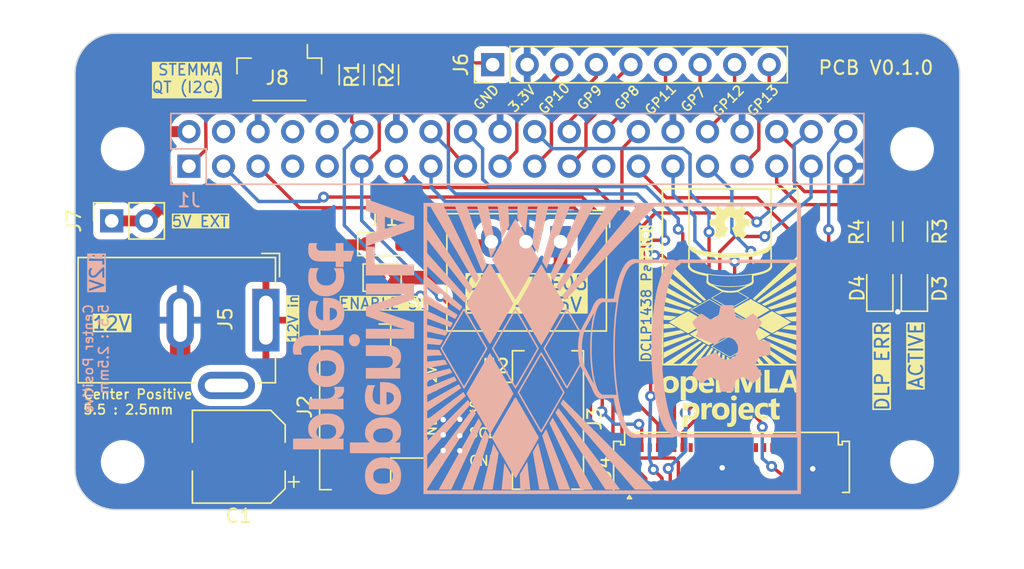
<source format=kicad_pcb>
(kicad_pcb (version 20221018) (generator pcbnew)
  (title_block (date "15 nov 2012"))
  (layers (0 "F.Cu" signal) (31 "B.Cu" signal) (34 "B.Paste" user) (35 "F.Paste" user) (36 "B.SilkS" user "B.Silkscreen") (37 "F.SilkS" user "F.Silkscreen") (38 "B.Mask" user) (39 "F.Mask" user) (44 "Edge.Cuts" user))
  (net 0 "")
  (net 1 "GND")
  (net 2 "/+12V")
  (net 3 "Net-(D3-A)")
  (net 4 "Net-(D4-A)")
  (net 5 "+3.3V")
  (net 6 "+5V")
  (net 7 "P7")
  (net 8 "/5V_raw")
  (net 9 "P2")
  (net 13 "P3")
  (net 14 "P4")
  (net 15 "SCL")
  (net 16 "P5")
  (net 17 "SDA")
  (net 18 "LED-G")
  (net 19 "LED-R")
  (net 20 "P6")
  (net 21 "P0")
  (net 22 "P1")
  (net 24 "/DATAEN_CMD")
  (net 26 "/Vsync")
  (net 27 "/Hsync")
  (net 40 "/HOST_IRQ")
  (net 41 "/PROJ_ON")
  (net 44 "/PCLK")
  (net 50 "GPIO12")
  (net 51 "GPIO13")
  (net 52 "GPIO11")
  (net 53 "GPIO8")
  (net 54 "GPIO7")
  (net 55 "GPIO10")
  (net 56 "GPIO9")
  (footprint "MountingHole:MountingHole_2.7mm_M2.5" (layer "F.Cu") (at 161.5 73.5)
    (fp_text reference "MH2" hide)
    (fp_text value "MountingHole_2.7mm_M2.5" hide)
  )
  (footprint "Resistor_SMD:R_1206_3216Metric" (layer "F.Cu") (at 159.182 79.5675 -90)
    (fp_text reference "R4")
    (fp_text value "330")
  )
  (footprint "Connector_JST:JST_SH_BM04B-SRSS-TB_1x04-1MP_P1.00mm_Vertical" (layer "F.Cu") (at 115.01 67.941 180)
    (fp_text reference "J8")
    (fp_text value "STEMMA")
  )
  (footprint "Connector_BarrelJack:BarrelJack_GCT_DCJ200-10-A_Horizontal" (layer "F.Cu") (at 114.0252 86.0814 -90)
    (fp_text reference "J5")
    (fp_text value "Barrel_Jack")
  )
  (footprint "Connector_PinHeader_2.54mm:PinHeader_1x09_P2.54mm_Vertical" (layer "F.Cu") (at 130.683 67.31 90)
    (fp_text reference "J6")
    (fp_text value "Extra GPIO")
  )
  (footprint "Capacitor_SMD:CP_Elec_6.3x7.7" (layer "F.Cu") (at 112.032 96.1138 180)
    (fp_text reference "C1")
    (fp_text value "100uF")
  )
  (footprint "Connector_JST:JST_PH_B3B-PH-SM4-TB_1x03-1MP_P2.00mm_Vertical" (layer "F.Cu") (at 132.9972 93.4156 -90)
    (fp_text reference "J3")
    (fp_text value "Conn_01x03_Female")
  )
  (footprint "LED_SMD:LED_0805_2012Metric" (layer "F.Cu") (at 159.131 83.7415 90)
    (fp_text reference "D4")
    (fp_text value "LED - Red")
  )
  (footprint "Converter_DCDC:Converter_DCDC_RECOM_R-78E-0.5_THT" (layer "F.Cu") (at 135.6702 80.3173 180)
    (fp_text reference "U2")
    (fp_text value "CUI P78E05-1000")
  )
  (footprint "MountingHole:MountingHole_2.7mm_M2.5" (layer "F.Cu") (at 103.5 96.5)
    (fp_text reference "MH3" hide)
    (fp_text value "MountingHole_2.7mm_M2.5" hide)
  )
  (footprint "Connector_PinSocket_2.54mm:PinSocket_1x02_P2.54mm_Vertical" (layer "F.Cu") (at 102.6924 78.791 90)
    (fp_text reference "J7")
    (fp_text value "5V Ext")
  )
  (footprint "Resistor_SMD:R_1206_3216Metric" (layer "F.Cu") (at 122.86 68.0575 -90)
    (fp_text reference "R2")
    (fp_text value "4.7K")
  )
  (footprint "MountingHole:MountingHole_2.7mm_M2.5" (layer "F.Cu") (at 103.5 73.5)
    (fp_text reference "MH1" hide)
    (fp_text value "MountingHole_2.7mm_M2.5" hide)
  )
  (footprint "board-assets:openMLA-logo-small" (layer "F.Cu") (at 148.082 85.2424)
    (fp_text reference "G***" hide)
    (fp_text value "LOGO" hide)
  )
  (footprint "Connector_FFC-FPC:Molex_502250-5191_2Rows-51Pins-1MP_P0.60mm_Horizontal" (layer "F.Cu") (at 148.2304 96.9184 90)
    (fp_text reference "J4")
    (fp_text value "51-pin conn")
  )
  (footprint "Resistor_SMD:R_1206_3216Metric" (layer "F.Cu") (at 120.32 68.0575 90)
    (fp_text reference "R1")
    (fp_text value "4.7K")
  )
  (footprint "Diode_SMD:D_SOD-323_HandSoldering" (layer "F.Cu") (at 122.7838 80.4928)
    (fp_text reference "D1")
    (fp_text value "D_Schottky")
  )
  (footprint "MountingHole:MountingHole_2.7mm_M2.5" (layer "F.Cu") (at 161.5 96.5)
    (fp_text reference "MH4" hide)
    (fp_text value "MountingHole_2.7mm_M2.5" hide)
  )
  (footprint "Jumper:SolderJumper-2_P1.3mm_Open_TrianglePad1.0x1.5mm" (layer "F.Cu") (at 122.5668 82.9566)
    (fp_text reference "JP1" hide)
    (fp_text value "SolderJumper_2_Bridged")
  )
  (footprint "Connector_JST:JST_PH_B4B-PH-SM4-TB_1x04-1MP_P2.00mm_Vertical" (layer "F.Cu") (at 122.3346 92.4534 90)
    (fp_text reference "J2")
    (fp_text value "DMD board PWR")
  )
  (footprint "LED_SMD:LED_0805_2012Metric" (layer "F.Cu") (at 161.671 83.7415 90)
    (fp_text reference "D3")
    (fp_text value "LED - Grn")
  )
  (footprint "Resistor_SMD:R_1206_3216Metric" (layer "F.Cu") (at 161.722 79.5675 -90)
    (fp_text reference "R3")
    (fp_text value "330")
  )
  (footprint "Connector_PinSocket_2.54mm:PinSocket_2x20_P2.54mm_Vertical" (layer "B.Cu") (at 108.37 74.77 -90)
    (fp_text reference "J1")
    (fp_text value "RPi header")
  )
  (footprint "board-assets:openMLA-logo" (layer "B.Cu") (at 134.46282 88.260403 90)
    (fp_text reference "G***" hide)
    (fp_text value "LOGO" hide)
  )
  (gr_arc (start 162 65) (mid 164.12132 65.87868) (end 165 68) (stroke (width 0.1)) (layer "Edge.Cuts"))
  (gr_line (start 165 97) (end 165 68) (stroke (width 0.1)) (layer "Edge.Cuts"))
  (gr_line (start 100 68) (end 100 97) (stroke (width 0.1)) (layer "Edge.Cuts"))
  (gr_arc (start 103 100) (mid 100.87868 99.12132) (end 100 97) (stroke (width 0.1)) (layer "Edge.Cuts"))
  (gr_line (start 103 100) (end 162 100) (stroke (width 0.1)) (layer "Edge.Cuts"))
  (gr_arc (start 165 97) (mid 164.12132 99.12132) (end 162 100) (stroke (width 0.1)) (layer "Edge.Cuts"))
  (gr_arc (start 100 68) (mid 100.87868 65.87868) (end 103 65) (stroke (width 0.1)) (layer "Edge.Cuts"))
  (gr_line (start 162 65) (end 103 65) (stroke (width 0.1)) (layer "Edge.Cuts"))
  (gr_text "Center Positive\n5.5 : 2.5mm" (at 102.5144 84.836 90) (layer "B.SilkS") (effects (font (size 0.7 0.7) (thickness 0.12) bold) (justify left bottom mirror)))
  (gr_text "12V" (at 102.2096 81.0768 90) (layer "B.SilkS" knockout) (effects (font (size 1 1)) (justify left bottom mirror)))
  (gr_text "DCLP1438 Parallel" (at 142.3924 89.2048 90) (layer "F.SilkS" knockout) (effects (font (size 0.7 0.7) (thickness 0.12) bold) (justify left bottom)))
  (gr_text "GP7" (at 144.9324 70.9676 45) (layer "F.SilkS") (effects (font (size 0.7 0.7) (thickness 0.12) bold) (justify left bottom)))
  (gr_text "GP8\n" (at 140.0556 70.8152 45) (layer "F.SilkS") (effects (font (size 0.7 0.7) (thickness 0.12) bold) (justify left bottom)))
  (gr_text "GP13" (at 149.8092 71.2724 45) (layer "F.SilkS") (effects (font (size 0.7 0.7) (thickness 0.12) bold) (justify left bottom)))
  (gr_text "GP10" (at 134.4676 71.12 45) (layer "F.SilkS") (effects (font (size 0.7 0.7) (thickness 0.12) bold) (justify left bottom)))
  (gr_text "Center Positive\n5.5 : 2.5mm" (at 100.5332 93.0656) (layer "F.SilkS") (effects (font (size 0.7 0.7) (thickness 0.12) bold) (justify left bottom)))
  (gr_text "GND\n" (at 128.8796 96.8248) (layer "F.SilkS") (effects (font (size 0.7 0.7) (thickness 0.12) bold) (justify left bottom)))
  (gr_text "PCB V0.1.0" (at 154.5336 68.1228) (layer "F.SilkS") (effects (font (size 1 1)) (justify left bottom)))
  (gr_text "3.3V" (at 132.2832 70.9676 45) (layer "F.SilkS") (effects (font (size 0.7 0.7) (thickness 0.12) bold) (justify left bottom)))
  (gr_text "SCL" (at 128.8796 94.7928) (layer "F.SilkS") (effects (font (size 0.7 0.7) (thickness 0.12) bold) (justify left bottom)))
  (gr_text "GND\n" (at 126.619 95.377 90) (layer "F.SilkS") (effects (font (size 0.7 0.7) (thickness 0.12) bold) (justify left bottom)))
  (gr_text "12V in" (at 116.4336 87.7316 90) (layer "F.SilkS" knockout) (effects (font (size 0.7 0.7) (thickness 0.12) bold) (justify left bottom)))
  (gr_text "5V EXT" (at 107.0356 79.2988) (layer "F.SilkS" knockout) (effects (font (size 0.8 0.8) (thickness 0.12)) (justify left bottom)))
  (gr_text "GP12\n" (at 147.2692 71.2724 45) (layer "F.SilkS") (effects (font (size 0.7 0.7) (thickness 0.12) bold) (justify left bottom)))
  (gr_text "ACTIVE\n" (at 162.379907 91.19615 90) (layer "F.SilkS" knockout) (effects (font (size 1 1)) (justify left bottom)))
  (gr_text "DLP ERR" (at 159.893 92.837 90) (layer "F.SilkS" knockout) (effects (font (size 1 1)) (justify left bottom)))
  (gr_text "STEMMA\nQT (I2C)" (at 110.7948 69.4436) (layer "F.SilkS" knockout) (effects (font (size 0.8 0.8) (thickness 0.12)) (justify right bottom)))
  (gr_text "GP11\n" (at 142.2908 71.1708 45) (layer "F.SilkS") (effects (font (size 0.7 0.7) (thickness 0.12) bold) (justify left bottom)))
  (gr_text "GND" (at 129.6924 70.8152 45) (layer "F.SilkS") (effects (font (size 0.7 0.7) (thickness 0.12) bold) (justify left bottom)))
  (gr_text "CUI P78E05\n12V -> 5V" (at 128.5748 85.5472) (layer "F.SilkS" knockout) (effects (font (size 1 1)) (justify left bottom)))
  (gr_text "GP9\n" (at 137.3124 70.8152 45) (layer "F.SilkS") (effects (font (size 0.7 0.7) (thickness 0.12) bold) (justify left bottom)))
  (gr_text "12V" (at 101.1936 86.9188) (layer "F.SilkS" knockout) (effects (font (size 1 1)) (justify left bottom)))
  (gr_text "ENABLE 5V" (at 119.3292 85.344) (layer "F.SilkS" knockout) (effects (font (size 0.8 0.8) (thickness 0.12)) (justify left bottom)))
  (gr_text "SDA" (at 128.8288 92.8624) (layer "F.SilkS") (effects (font (size 0.7 0.7) (thickness 0.12) bold) (justify left bottom)))
  (gr_text "12V" (at 126.619 91.44 90) (layer "F.SilkS") (effects (font (size 0.7 0.7) (thickness 0.12) bold) (justify left bottom)))
  (segment (start 153.0352 96.3424) (end 154.2036 97.0028) (width 0.25) (layer "F.Cu") (net 1))
  (segment (start 147.3202 98.3082) (end 147.3304 98.3184) (width 0.25) (layer "F.Cu") (net 1))
  (segment (start 109.332 94.9302) (end 109.332 96.1138) (width 1.5) (layer "F.Cu") (net 1))
  (segment (start 107.7252 93.3234) (end 109.332 94.9302) (width 1.5) (layer "F.Cu") (net 1))
  (segment (start 160.452 85.471) (end 160.879 85.471) (width 0.25) (layer "F.Cu") (net 1))
  (segment (start 147.3202 97.1552) (end 147.3202 98.3082) (width 0.25) (layer "F.Cu") (net 1))
  (segment (start 147.624441 96.850959) (end 147.5488 96.9266) (width 0.25) (layer "F.Cu") (net 1))
  (segment (start 107.7252 86.0814) (end 107.7252 93.3234) (width 1.5) (layer "F.Cu") (net 1))
  (segment (start 153.9304 97.276) (end 154.2036 97.0028) (width 0.25) (layer "F.Cu") (net 1))
  (segment (start 154.2304 95.4434) (end 154.2036 97.0028) (width 0.25) (layer "F.Cu") (net 1))
  (segment (start 160.879 85.471) (end 161.671 84.679) (width 0.25) (layer "F.Cu") (net 1))
  (segment (start 153.9304 98.3184) (end 153.9304 97.276) (width 0.25) (layer "F.Cu") (net 1))
  (segment (start 153.3304 98.3184) (end 153.9304 98.3184) (width 0.25) (layer "F.Cu") (net 1))
  (segment (start 160.452 85.471) (end 159.923 85.471) (width 0.25) (layer "F.Cu") (net 1))
  (segment (start 144.9304 98.3184) (end 147.3304 98.3184) (width 0.25) (layer "F.Cu") (net 1))
  (segment (start 113.51 66.616) (end 113.45 72.23) (width 0.25) (layer "F.Cu") (net 1))
  (segment (start 153.0304 95.4434) (end 153.0352 96.3424) (width 0.25) (layer "F.Cu") (net 1))
  (segment (start 159.923 85.471) (end 159.131 84.679) (width 0.25) (layer "F.Cu") (net 1))
  (segment (start 147.5488 96.9266) (end 147.3202 97.1552) (width 0.25) (layer "F.Cu") (net 1))
  (segment (start 147.624441 95.449359) (end 147.624441 96.850959) (width 0.25) (layer "F.Cu") (net 1))
  (segment (start 147.6304 95.4434) (end 147.624441 95.449359) (width 0.25) (layer "F.Cu") (net 1))
  (via (at 128.2702 94.5644) (size 0.8) (drill 0.4) (layers "F.Cu" "B.Cu") (net 1))
  (via (at 128.2702 95.682) (size 0.8) (drill 0.4) (layers "F.Cu" "B.Cu") (net 1))
  (via (at 160.452 85.471) (size 0.8) (drill 0.4) (layers "F.Cu" "B.Cu") (net 1))
  (via (at 128.2702 93.3706) (size 0.8) (drill 0.4) (layers "F.Cu" "B.Cu") (net 1))
  (via (at 154.2036 97.0028) (size 0.8) (drill 0.4) (layers "F.Cu" "B.Cu") (net 1))
  (via (at 127.051 93.396) (size 0.8) (drill 0.4) (layers "F.Cu" "B.Cu") (net 1))
  (via (at 147.5488 96.9266) (size 0.8) (drill 0.4) (layers "F.Cu" "B.Cu") (net 1))
  (via (at 127.051 95.6566) (size 0.8) (drill 0.4) (layers "F.Cu" "B.Cu") (net 1))
  (via (at 127.051 94.5136) (size 0.8) (drill 0.4) (layers "F.Cu" "B.Cu") (net 1))
  (segment (start 123.8506 82.9566) (end 134.7726 82.9566) (width 1) (layer "F.Cu") (net 2))
  (segment (start 135.6702 82.059) (end 135.6702 80.3173) (width 1) (layer "F.Cu") (net 2))
  (segment (start 134.7726 82.9566) (end 135.6702 82.059) (width 1) (layer "F.Cu") (net 2))
  (segment (start 123.7998 83.0074) (end 123.8506 82.9566) (width 1) (layer "F.Cu") (net 2))
  (segment (start 161.722 81.03) (end 161.671 82.804) (width 0.25) (layer "F.Cu") (net 3))
  (segment (start 159.182 81.03) (end 159.131 82.804) (width 0.25) (layer "F.Cu") (net 4))
  (segment (start 126.031 66.595) (end 122.86 66.595) (width 0.25) (layer "F.Cu") (net 5))
  (segment (start 114.256 65.456) (end 111.176 65.456) (width 0.25) (layer "F.Cu") (net 5))
  (segment (start 128.69 74.77) (end 127.432 73.33) (width 0.25) (layer "F.Cu") (net 5))
  (segment (start 109.622996 73.539507) (end 108.37 74.77) (width 0.25) (layer "F.Cu") (net 5))
  (segment (start 114.51 65.71) (end 114.256 65.456) (width 0.25) (layer "F.Cu") (net 5))
  (segment (start 114.51 66.616) (end 114.51 65.71) (width 0.25) (layer "F.Cu") (net 5))
  (segment (start 130.556 67.183) (end 130.683 67.31) (width 0.25) (layer "F.Cu") (net 5))
  (segment (start 127.432 67.996) (end 126.031 66.595) (width 0.25) (layer "F.Cu") (net 5))
  (segment (start 128.245 67.183) (end 130.556 67.183) (width 0.25) (layer "F.Cu") (net 5))
  (segment (start 127.432 67.996) (end 128.245 67.183) (width 0.25) (layer "F.Cu") (net 5))
  (segment (start 109.590037 67.041963) (end 109.590037 69.914073) (width 0.25) (layer "F.Cu") (net 5))
  (segment (start 127.432 73.33) (end 127.432 67.996) (width 0.25) (layer "F.Cu") (net 5))
  (segment (start 109.590037 69.914073) (end 109.622996 73.539507) (width 0.25) (layer "F.Cu") (net 5))
  (segment (start 111.176 65.456) (end 109.590037 67.041963) (width 0.25) (layer "F.Cu") (net 5))
  (segment (start 120.32 66.595) (end 122.86 66.595) (width 0.25) (layer "F.Cu") (net 5))
  (segment (start 106.4008 72.7458) (end 106.9166 72.23) (width 0.8) (layer "F.Cu") (net 6))
  (segment (start 121.5338 80.4928) (end 121.483 80.5436) (width 0.8) (layer "F.Cu") (net 6))
  (segment (start 105.2324 78.791) (end 105.334 78.791) (width 0.8) (layer "F.Cu") (net 6))
  (segment (start 106.4008 77.7242) (end 106.4008 72.7458) (width 0.8) (layer "F.Cu") (net 6))
  (segment (start 109.2202 80.5436) (end 106.4008 77.7242) (width 0.8) (layer "F.Cu") (net 6))
  (segment (start 121.483 80.5436) (end 109.2202 80.5436) (width 0.8) (layer "F.Cu") (net 6))
  (segment (start 106.9166 72.23) (end 108.37 72.23) (width 0.8) (layer "F.Cu") (net 6))
  (segment (start 105.334 78.791) (end 106.4008 77.7242) (width 0.8) (layer "F.Cu") (net 6))
  (segment (start 102.6924 78.791) (end 105.2324 78.791) (width 0.8) (layer "F.Cu") (net 6))
  (segment (start 144.3304 98.3184) (end 144.3304 96.5276) (width 0.25) (layer "F.Cu") (net 7))
  (segment (start 144.3304 96.5276) (end 144.0182 96.2154) (width 0.25) (layer "F.Cu") (net 7))
  (segment (start 144.0182 96.2154) (end 140.4622 96.2154) (width 0.25) (layer "F.Cu") (net 7))
  (segment (start 140.4622 96.2154) (end 139.5224 95.2756) (width 0.25) (layer "F.Cu") (net 7))
  (segment (start 124.7904 76.3272) (end 123.61 74.77) (width 0.25) (layer "F.Cu") (net 7))
  (segment (start 139.5224 95.2756) (end 139.5224 77.648) (width 0.25) (layer "F.Cu") (net 7))
  (segment (start 139.5224 77.648) (end 138.1762 76.3526) (width 0.25) (layer "F.Cu") (net 7))
  (segment (start 138.1762 76.3526) (end 124.7904 76.3272) (width 0.25) (layer "F.Cu") (net 7))
  (segment (start 130.5902 80.3173) (end 130.3639 80.5436) (width 0.8) (layer "F.Cu") (net 8))
  (segment (start 124.0846 80.5436) (end 124.0338 80.4928) (width 0.8) (layer "F.Cu") (net 8))
  (segment (start 130.3639 80.5436) (end 124.0846 80.5436) (width 0.8) (layer "F.Cu") (net 8))
  (segment (start 143.1546 81.331) (end 143.5356 81.712) (width 0.25) (layer "F.Cu") (net 9))
  (segment (start 142.5958 81.331) (end 143.1546 81.331) (width 0.25) (layer "F.Cu") (net 9))
  (segment (start 143.5356 81.712) (end 143.4304 95.4434) (width 0.25) (layer "F.Cu") (net 9))
  (via (at 142.5958 81.331) (size 0.8) (drill 0.4) (layers "F.Cu" "B.Cu") (net 9))
  (segment (start 142.2656 78.7402) (end 140.894 77.3686) (width 0.25) (layer "B.Cu") (net 9))
  (segment (start 140.894 77.3686) (end 127.2034 77.3686) (width 0.25) (layer "B.Cu") (net 9))
  (segment (start 142.5958 81.331) (end 142.2656 81.0008) (width 0.25) (layer "B.Cu") (net 9))
  (segment (start 126.162 76.3272) (end 126.162 74.782) (width 0.25) (layer "B.Cu") (net 9))
  (segment (start 126.162 74.782) (end 126.15 74.77) (width 0.25) (layer "B.Cu") (net 9))
  (segment (start 127.2034 77.3686) (end 126.162 76.3272) (width 0.25) (layer "B.Cu") (net 9))
  (segment (start 142.2656 81.0008) (end 142.2656 78.7402) (width 0.25) (layer "B.Cu") (net 9))
  (segment (start 143.3324 80.2134) (end 142.3164 80.2134) (width 0.25) (layer "F.Cu") (net 13))
  (segment (start 143.1038 97.6632) (end 142.4942 97.0536) (width 0.25) (layer "F.Cu") (net 13))
  (segment (start 141.7576 82.5756) (end 142.291 83.109) (width 0.25) (layer "F.Cu") (net 13))
  (segment (start 142.3164 80.2134) (end 141.7576 80.6706) (width 0.25) (layer "F.Cu") (net 13))
  (segment (start 142.291 83.109) (end 142.291 91.6688) (width 0.25) (layer "F.Cu") (net 13))
  (segment (start 143.1038 97.6886) (end 143.1038 97.6632) (width 0.25) (layer "F.Cu") (net 13))
  (segment (start 143.1304 97.7152) (end 143.1038 97.6886) (width 0.25) (layer "F.Cu") (net 13))
  (segment (start 141.7576 80.6706) (end 141.7576 82.5756) (width 0.25) (layer "F.Cu") (net 13))
  (segment (start 143.1304 98.3184) (end 143.1304 97.7152) (width 0.25) (layer "F.Cu") (net 13))
  (via (at 143.3324 80.2134) (size 0.8) (drill 0.4) (layers "F.Cu" "B.Cu") (net 13))
  (via (at 142.291 91.6688) (size 0.8) (drill 0.4) (layers "F.Cu" "B.Cu") (net 13))
  (via (at 142.4942 97.0536) (size 0.8) (drill 0.4) (layers "F.Cu" "B.Cu") (net 13))
  (segment (start 143.3324 78.8418) (end 141.3004 76.8098) (width 0.25) (layer "B.Cu") (net 13))
  (segment (start 141.3004 76.8098) (end 127.9654 76.8098) (width 0.25) (layer "B.Cu") (net 13))
  (segment (start 127.432 73.512) (end 126.15 72.23) (width 0.25) (layer "B.Cu") (net 13))
  (segment (start 127.9654 76.8098) (end 127.432 76.2764) (width 0.25) (layer "B.Cu") (net 13))
  (segment (start 142.1894 96.2154) (end 142.291 91.6688) (width 0.25) (layer "B.Cu") (net 13))
  (segment (start 142.4942 97.0536) (end 142.1894 96.2154) (width 0.25) (layer "B.Cu") (net 13))
  (segment (start 143.3324 80.2134) (end 143.3324 78.8418) (width 0.25) (layer "B.Cu") (net 13))
  (segment (start 127.432 76.2764) (end 127.432 73.512) (width 0.25) (layer "B.Cu") (net 13))
  (segment (start 144.6532 80.696) (end 144.069 81.7374) (width 0.25) (layer "F.Cu") (net 14))
  (segment (start 144.323 79.4006) (end 144.6532 79.7308) (width 0.25) (layer "F.Cu") (net 14))
  (segment (start 144.069 81.7374) (end 144.0304 95.4434) (width 0.25) (layer "F.Cu") (net 14))
  (segment (start 144.6532 79.7308) (end 144.6532 80.696) (width 0.25) (layer "F.Cu") (net 14))
  (via (at 144.323 79.4006) (size 0.8) (drill 0.4) (layers "F.Cu" "B.Cu") (net 14))
  (segment (start 130.5054 76.2764) (end 129.9466 75.7176) (width 0.25) (layer "B.Cu") (net 14))
  (segment (start 144.323 79.4006) (end 144.323 78.6386) (width 0.25) (layer "B.Cu") (net 14))
  (segment (start 144.323 78.6386) (end 141.9608 76.2764) (width 0.25) (layer "B.Cu") (net 14))
  (segment (start 141.9608 76.2764) (end 130.5054 76.2764) (width 0.25) (layer "B.Cu") (net 14))
  (segment (start 129.9466 73.4866) (end 128.69 72.23) (width 0.25) (layer "B.Cu") (net 14))
  (segment (start 129.9466 75.7176) (end 129.9466 73.4866) (width 0.25) (layer "B.Cu") (net 14))
  (segment (start 120.32 71.48) (end 121.07 72.23) (width 0.25) (layer "F.Cu") (net 15))
  (segment (start 120.32 69.52) (end 120.32 71.48) (width 0.25) (layer "F.Cu") (net 15))
  (segment (start 125.3746 84.3536) (end 125.3746 84.3028) (width 0.25) (layer "F.Cu") (net 15))
  (segment (start 129.8958 92.9642) (end 129.083 91.9482) (width 0.25) (layer "F.Cu") (net 15))
  (segment (start 132.4972 93.4156) (end 129.8958 92.9642) (width 0.25) (layer "F.Cu") (net 15))
  (segment (start 129.083 91.9482) (end 129.083 88.062) (width 0.25) (layer "F.Cu") (net 15))
  (segment (start 118.796 70.536) (end 117.018 70.536) (width 0.25) (layer "F.Cu") (net 15))
  (segment (start 120.32 69.52) (end 118.796 70.536) (width 0.25) (layer "F.Cu") (net 15))
  (segment (start 117.018 70.536) (end 116.51 70.028) (width 0.25) (layer "F.Cu") (net 15))
  (segment (start 129.083 88.062) (end 125.3746 84.3536) (width 0.25) (layer "F.Cu") (net 15))
  (segment (start 116.51 70.028) (end 116.51 66.616) (width 0.25) (layer "F.Cu") (net 15))
  (via (at 125.3746 84.3028) (size 0.8) (drill 0.4) (layers "F.Cu" "B.Cu") (net 15))
  (segment (start 125.3746 84.3028) (end 124.9682 84.3028) (width 0.25) (layer "B.Cu") (net 15))
  (segment (start 124.9682 84.3028) (end 119.7866 79.1212) (width 0.25) (layer "B.Cu") (net 15))
  (segment (start 119.7866 73.5078) (end 121.07 72.23) (width 0.25) (layer "B.Cu") (net 15))
  (segment (start 119.7866 79.1212) (end 119.7866 73.5078) (width 0.25) (layer "B.Cu") (net 15))
  (segment (start 146.5836 79.6038) (end 146.5836 91.1608) (width 0.25) (layer "F.Cu") (net 16))
  (segment (start 143.7304 97.1214) (end 143.7304 98.3184) (width 0.25) (layer "F.Cu") (net 16))
  (segment (start 144.8564 92.888) (end 144.831 92.888) (width 0.25) (layer "F.Cu") (net 16))
  (segment (start 146.5836 91.1608) (end 144.8564 92.888) (width 0.25) (layer "F.Cu") (net 16))
  (segment (start 143.5864 96.9774) (end 143.7304 97.1214) (width 0.25) (layer "F.Cu") (net 16))
  (via (at 143.5864 96.9774) (size 0.8) (drill 0.4) (layers "F.Cu" "B.Cu") (net 16))
  (via (at 144.831 92.888) (size 0.8) (drill 0.4) (layers "F.Cu" "B.Cu") (net 16))
  (via (at 146.5836 79.6038) (size 0.8) (drill 0.4) (layers "F.Cu" "B.Cu") (net 16))
  (segment (start 145.1866 76.759) (end 146.5836 78.156) (width 0.25) (layer "B.Cu") (net 16))
  (segment (start 144.8818 95.682) (end 144.831 92.888) (width 0.25) (layer "B.Cu") (net 16))
  (segment (start 133.77 72.23) (end 135.0774 73.4824) (width 0.25) (layer "B.Cu") (net 16))
  (segment (start 135.0774 73.4824) (end 144.6532 73.457) (width 0.25) (layer "B.Cu") (net 16))
  (segment (start 144.6532 73.457) (end 145.1866 73.8888) (width 0.25) (layer "B.Cu") (net 16))
  (segment (start 145.1866 73.8888) (end 145.1866 76.759) (width 0.25) (layer "B.Cu") (net 16))
  (segment (start 143.5864 96.9774) (end 144.8818 95.682) (width 0.25) (layer "B.Cu") (net 16))
  (segment (start 146.5836 78.156) (end 146.5836 79.6038) (width 0.25) (layer "B.Cu") (net 16))
  (segment (start 121.07 74.77) (end 122.352 73.584) (width 0.25) (layer "F.Cu") (net 17))
  (segment (start 130.5308 90.6782) (end 131.2682 91.4156) (width 0.25) (layer "F.Cu") (net 17))
  (segment (start 122.86 69.012) (end 122.86 69.52) (width 0.25) (layer "F.Cu") (net 17))
  (segment (start 115.51 66.616) (end 115.51 65.948) (width 0.25) (layer "F.Cu") (net 17))
  (segment (start 119.812 68.25) (end 122.098 68.25) (width 0.25) (layer "F.Cu") (net 17))
  (segment (start 117.018 65.456) (end 119.812 68.25) (width 0.25) (layer "F.Cu") (net 17))
  (segment (start 122.098 68.25) (end 122.86 69.012) (width 0.25) (layer "F.Cu") (net 17))
  (segment (start 122.352 70.231) (end 122.86 69.52) (width 0.25) (layer "F.Cu") (net 17))
  (segment (start 126.8478 84.3282) (end 130.5308 88.0112) (width 0.25) (layer "F.Cu") (net 17))
  (segment (start 131.2682 91.4156) (end 132.4972 91.4156) (width 0.25) (layer "F.Cu") (net 17))
  (segment (start 130.5308 88.0112) (end 130.5308 90.6782) (width 0.25) (layer "F.Cu") (net 17))
  (segment (start 115.51 65.948) (end 116.002 65.456) (width 0.25) (layer "F.Cu") (net 17))
  (segment (start 122.352 73.584) (end 122.352 70.231) (width 0.25) (layer "F.Cu") (net 17))
  (segment (start 116.002 65.456) (end 117.018 65.456) (width 0.25) (layer "F.Cu") (net 17))
  (via (at 126.8478 84.3282) (size 0.8) (drill 0.4) (layers "F.Cu" "B.Cu") (net 17))
  (segment (start 121.0566 78.7656) (end 121.07 74.77) (width 0.25) (layer "B.Cu") (net 17))
  (segment (start 126.8478 84.3282) (end 126.6192 84.3282) (width 0.25) (layer "B.Cu") (net 17))
  (segment (start 126.6192 84.3282) (end 121.0566 78.7656) (width 0.25) (layer "B.Cu") (net 17))
  (segment (start 153.594 76.632) (end 156.642 76.632) (width 0.25) (layer "F.Cu") (net 18))
  (segment (start 161.163 76.962) (end 161.722 77.521) (width 0.25) (layer "F.Cu") (net 18))
  (segment (start 161.722 77.521) (end 161.722 78.791) (width 0.25) (layer "F.Cu") (net 18))
  (segment (start 151.55 72.23) (end 152.832 73.457) (width 0.25) (layer "F.Cu") (net 18))
  (segment (start 156.642 76.632) (end 156.972 76.962) (width 0.25) (layer "F.Cu") (net 18))
  (segment (start 156.972 76.962) (end 161.163 76.962) (width 0.25) (layer "F.Cu") (net 18))
  (segment (start 152.832 73.457) (end 152.832 75.87) (width 0.25) (layer "F.Cu") (net 18))
  (segment (start 152.832 75.87) (end 153.594 76.632) (width 0.25) (layer "F.Cu") (net 18))
  (segment (start 151.55 75.985) (end 153.162 77.597) (width 0.25) (layer "F.Cu") (net 19))
  (segment (start 156.591 77.597) (end 157.099 78.105) (width 0.25) (layer "F.Cu") (net 19))
  (segment (start 151.55 74.77) (end 151.55 75.985) (width 0.25) (layer "F.Cu") (net 19))
  (segment (start 153.162 77.597) (end 156.591 77.597) (width 0.25) (layer "F.Cu") (net 19))
  (segment (start 157.099 78.105) (end 159.182 78.105) (width 0.25) (layer "F.Cu") (net 19))
  (segment (start 147.371 91.6053) (end 147.371 81.0516) (width 0.25) (layer "F.Cu") (net 20))
  (segment (start 148.4886 79.934) (end 150.673 79.934) (width 0.25) (layer "F.Cu") (net 20))
  (segment (start 144.6304 95.4434) (end 144.6304 94.3459) (width 0.25) (layer "F.Cu") (net 20))
  (segment (start 144.6304 94.3459) (end 147.371 91.6053) (width 0.25) (layer "F.Cu") (net 20))
  (segment (start 147.371 81.0516) (end 148.4886 79.934) (width 0.25) (layer "F.Cu") (net 20))
  (via (at 150.673 79.934) (size 0.8) (drill 0.4) (layers "F.Cu" "B.Cu") (net 20))
  (segment (start 154.0766 77.0638) (end 150.673 79.934) (width 0.25) (layer "B.Cu") (net 20))
  (segment (start 154.09 74.77) (end 154.0766 77.0638) (width 0.25) (layer "B.Cu") (net 20))
  (segment (start 149.4284 78.2068) (end 142.6466 78.2068) (width 0.25) (layer "F.Cu") (net 21))
  (segment (start 142.8304 93.7068) (end 142.8304 95.4434) (width 0.25) (layer "F.Cu") (net 21))
  (segment (start 150.0888 78.8672) (end 149.4284 78.2068) (width 0.25) (layer "F.Cu") (net 21))
  (segment (start 140.9448 91.8212) (end 142.8304 93.7068) (width 0.25) (layer "F.Cu") (net 21))
  (segment (start 140.9448 79.9086) (end 140.9448 91.8212) (width 0.25) (layer "F.Cu") (net 21))
  (segment (start 142.6466 78.2068) (end 140.9448 79.9086) (width 0.25) (layer "F.Cu") (net 21))
  (via (at 150.0888 78.8672) (size 0.8) (drill 0.4) (layers "F.Cu" "B.Cu") (net 21))
  (segment (start 152.832 73.1776) (end 152.8828 76.505) (width 0.25) (layer "B.Cu") (net 21))
  (segment (start 152.8828 76.505) (end 150.0888 78.8672) (width 0.25) (layer "B.Cu") (net 21))
  (segment (start 154.09 72.23) (end 152.832 73.1776) (width 0.25) (layer "B.Cu") (net 21))
  (segment (start 157.023 99.3904) (end 157.5056 98.9078) (width 0.25) (layer "F.Cu") (net 22))
  (segment (start 142.5304 98.3184) (end 142.5196 99.238) (width 0.25) (layer "F.Cu") (net 22))
  (segment (start 142.5196 99.238) (end 142.672 99.3904) (width 0.25) (layer "F.Cu") (net 22))
  (segment (start 142.672 99.3904) (end 157.023 99.3904) (width 0.25) (layer "F.Cu") (net 22))
  (segment (start 156.3626 96.063) (end 156.3626 91.8466) (width 0.25) (layer "F.Cu") (net 22))
  (segment (start 157.5056 98.9078) (end 157.5056 97.206) (width 0.25) (layer "F.Cu") (net 22))
  (segment (start 156.3626 91.8466) (end 155.372 90.856) (width 0.25) (layer "F.Cu") (net 22))
  (segment (start 157.5056 97.206) (end 156.3626 96.063) (width 0.25) (layer "F.Cu") (net 22))
  (segment (start 155.372 90.856) (end 155.372 79.426) (width 0.25) (layer "F.Cu") (net 22))
  (via (at 155.372 79.426) (size 0.8) (drill 0.4) (layers "F.Cu" "B.Cu") (net 22))
  (segment (start 156.63 72.23) (end 155.372 73.838) (width 0.25) (layer "B.Cu") (net 22))
  (segment (start 155.372 73.838) (end 155.372 79.426) (width 0.25) (layer "B.Cu") (net 22))
  (segment (start 140.1828 73.5078) (end 140.1828 94.5958) (width 0.25) (layer "F.Cu") (net 24))
  (segment (start 141.39 72.23) (end 140.1828 73.5078) (width 0.25) (layer "F.Cu") (net 24))
  (segment (start 140.1828 94.5958) (end 141.0304 95.4434) (width 0.25) (layer "F.Cu") (net 24))
  (segment (start 141.6304 93.9292) (end 141.6304 95.4434) (width 0.25) (layer "F.Cu") (net 26))
  (segment (start 141.4274 93.7262) (end 141.6304 93.9292) (width 0.25) (layer "F.Cu") (net 26))
  (segment (start 138.735 78.5116) (end 137.2618 77.0384) (width 0.25) (layer "F.Cu") (net 26))
  (segment (start 137.2618 77.0384) (end 118.2626 77.0384) (width 0.25) (layer "F.Cu") (net 26))
  (segment (start 138.735 92.761) (end 138.735 78.5116) (width 0.25) (layer "F.Cu") (net 26))
  (via (at 141.4274 93.7262) (size 0.8) (drill 0.4) (layers "F.Cu" "B.Cu") (net 26))
  (via (at 138.7096 92.7864) (size 0.8) (drill 0.4) (layers "F.Cu" "B.Cu") (net 26))
  (via (at 118.2626 77.0384) (size 0.8) (drill 0.4) (layers "F.Cu" "B.Cu") (net 26))
  (segment (start 118.2626 77.0384) (end 117.937716 77.363284) (width 0.25) (layer "B.Cu") (net 26))
  (segment (start 138.7096 92.7864) (end 139.6494 93.7262) (width 0.25) (layer "B.Cu") (net 26))
  (segment (start 139.6494 93.7262) (end 141.4274 93.7262) (width 0.25) (layer "B.Cu") (net 26))
  (segment (start 117.937716 77.363284) (end 113.503284 77.363284) (width 0.25) (layer "B.Cu") (net 26))
  (segment (start 113.503284 77.363284) (end 110.91 74.77) (width 0.25) (layer "B.Cu") (net 26))
  (segment (start 118.2626 77.0384) (end 118.1356 77.0384) (width 0.25) (layer "B.Cu") (net 26))
  (segment (start 118.1356 77.0384) (end 117.8308 77.3432) (width 0.25) (layer "B.Cu") (net 26))
  (segment (start 137.8714 95.1232) (end 137.8714 79.0196) (width 0.25) (layer "F.Cu") (net 27))
  (segment (start 136.6776 77.8258) (end 116.5058 77.8258) (width 0.25) (layer "F.Cu") (net 27))
  (segment (start 116.5058 77.8258) (end 113.45 74.77) (width 0.25) (layer "F.Cu") (net 27))
  (segment (start 139.8272 97.079) (end 137.8714 95.1232) (width 0.25) (layer "F.Cu") (net 27))
  (segment (start 141.3004 97.079) (end 139.8272 97.079) (width 0.25) (layer "F.Cu") (net 27))
  (segment (start 137.8714 79.0196) (end 136.6776 77.8258) (width 0.25) (layer "F.Cu") (net 27))
  (segment (start 141.933421 97.712021) (end 141.3004 97.079) (width 0.25) (layer "F.Cu") (net 27))
  (segment (start 141.933421 97.8918) (end 141.933421 97.712021) (width 0.25) (layer "F.Cu") (net 27))
  (segment (start 151.8304 93.4866) (end 149.6316 91.2878) (width 0.25) (layer "F.Cu") (net 40))
  (segment (start 149.6316 91.2878) (end 149.6316 81.0516) (width 0.25) (layer "F.Cu") (net 40))
  (segment (start 151.8304 95.4434) (end 151.8304 93.4866) (width 0.25) (layer "F.Cu") (net 40))
  (via (at 149.657 81.0262) (size 0.8) (drill 0.4) (layers "F.Cu" "B.Cu") (net 40))
  (segment (start 148.26 76.56) (end 148.26 79.6292) (width 0.25) (layer "B.Cu") (net 40))
  (segment (start 146.47 74.77) (end 148.26 76.56) (width 0.25) (layer "B.Cu") (net 40))
  (segment (start 148.26 79.6292) (end 149.657 81.0262) (width 0.25) (layer "B.Cu") (net 40))
  (segment (start 148.4632 91.6434) (end 150.4952 93.6754) (width 0.25) (layer "F.Cu") (net 41))
  (segment (start 152.1304 98.3184) (end 152.1462 97.6124) (width 0.25) (layer "F.Cu") (net 41))
  (segment (start 150.4952 93.6754) (end 150.4952 93.9294) (width 0.25) (layer "F.Cu") (net 41))
  (segment (start 148.4632 81.7628) (end 148.4632 91.6434) (width 0.25) (layer "F.Cu") (net 41))
  (segment (start 152.1462 97.6124) (end 151.181 96.825) (width 0.25) (layer "F.Cu") (net 41))
  (via (at 148.4632 81.7628) (size 0.8) (drill 0.4) (layers "F.Cu" "B.Cu") (net 41))
  (via (at 150.4952 93.9294) (size 0.8) (drill 0.4) (layers "F.Cu" "B.Cu") (net 41))
  (via (at 151.181 96.825) (size 0.8) (drill 0.4) (layers "F.Cu" "B.Cu") (net 41))
  (segment (start 143.942 76.8606) (end 143.942 74.782) (width 0.25) (layer "B.Cu") (net 41))
  (segment (start 150.4952 96.2408) (end 150.4952 93.9294) (width 0.25) (layer "B.Cu") (net 41))
  (segment (start 148.4632 81.7628) (end 147.0662 81.7628) (width 0.25) (layer "B.Cu") (net 41))
  (segment (start 151.181 96.825) (end 150.4952 96.2408) (width 0.25) (layer "B.Cu") (net 41))
  (segment (start 147.0662 81.7628) (end 145.5422 80.2388) (width 0.25) (layer "B.Cu") (net 41))
  (segment (start 145.5422 80.2388) (end 145.5422 78.4608) (width 0.25) (layer "B.Cu") (net 41))
  (segment (start 145.5422 78.4608) (end 143.942 76.8606) (width 0.25) (layer "B.Cu") (net 41))
  (segment (start 143.942 74.782) (end 143.93 74.77) (width 0.25) (layer "B.Cu") (net 41))
  (segment (start 153.6304 80.6054) (end 150.1142 77.0892) (width 0.25) (layer "F.Cu") (net 44))
  (segment (start 150.1142 77.0892) (end 143.4594 77.0892) (width 0.25) (layer "F.Cu") (net 44))
  (segment (start 141.3766 75.0064) (end 141.3766 74.7834) (width 0.25) (layer "F.Cu") (net 44))
  (segment (start 143.4594 77.0892) (end 141.3766 75.0064) (width 0.25) (layer "F.Cu") (net 44))
  (segment (start 141.3766 74.7834) (end 141.39 74.77) (width 0.25) (layer "F.Cu") (net 44))
  (segment (start 153.6304 95.4434) (end 153.6304 80.6054) (width 0.25) (layer "F.Cu") (net 44))
  (segment (start 148.463 70.104) (end 148.463 67.31) (width 0.25) (layer "F.Cu") (net 50))
  (segment (start 146.47 72.097) (end 148.463 70.104) (width 0.25) (layer "F.Cu") (net 50))
  (segment (start 146.47 72.23) (end 146.47 72.097) (width 0.25) (layer "F.Cu") (net 50))
  (segment (start 149.01 74.77) (end 150.241 73.533) (width 0.25) (layer "F.Cu") (net 51))
  (segment (start 150.241 73.533) (end 150.241 70.358) (width 0.25) (layer "F.Cu") (net 51))
  (segment (start 150.241 70.358) (end 151.003 69.596) (width 0.25) (layer "F.Cu") (net 51))
  (segment (start 151.003 69.596) (end 151.003 67.31) (width 0.25) (layer "F.Cu") (net 51))
  (segment (start 136.31 74.77) (end 137.541 73.533) (width 0.25) (layer "F.Cu") (net 52))
  (segment (start 139.573 69.596) (end 142.748 69.596) (width 0.25) (layer "F.Cu") (net 52))
  (segment (start 142.748 69.596) (end 143.383 68.961) (width 0.25) (layer "F.Cu") (net 52))
  (segment (start 137.541 71.628) (end 139.573 69.596) (width 0.25) (layer "F.Cu") (net 52))
  (segment (start 137.541 73.533) (end 137.541 71.628) (width 0.25) (layer "F.Cu") (net 52))
  (segment (start 143.383 68.961) (end 143.383 67.31) (width 0.25) (layer "F.Cu") (net 52))
  (segment (start 139.192 68.961) (end 140.843 67.31) (width 0.25) (layer "F.Cu") (net 53))
  (segment (start 136.322041 71.481611) (end 138.842652 68.961) (width 0.25) (layer "F.Cu") (net 53))
  (segment (start 136.31 72.23) (end 136.322041 71.481611) (width 0.25) (layer "F.Cu") (net 53))
  (segment (start 138.842652 68.961) (end 139.192 68.961) (width 0.25) (layer "F.Cu") (net 53))
  (segment (start 138.85 72.224) (end 140.843 70.231) (width 0.25) (layer "F.Cu") (net 54))
  (segment (start 145.034 70.231) (end 145.923 69.342) (width 0.25) (layer "F.Cu") (net 54))
  (segment (start 138.85 72.23) (end 138.85 72.224) (width 0.25) (layer "F.Cu") (net 54))
  (segment (start 145.923 69.342) (end 145.923 67.31) (width 0.25) (layer "F.Cu") (net 54))
  (segment (start 140.843 70.231) (end 145.034 70.231) (width 0.25) (layer "F.Cu") (net 54))
  (segment (start 132.461 73.66) (end 132.461 71.12) (width 0.25) (layer "F.Cu") (net 55))
  (segment (start 135.763 67.818) (end 135.763 67.31) (width 0.25) (layer "F.Cu") (net 55))
  (segment (start 131.351 74.77) (end 132.461 73.66) (width 0.25) (layer "F.Cu") (net 55))
  (segment (start 132.461 71.12) (end 135.763 67.818) (width 0.25) (layer "F.Cu") (net 55))
  (segment (start 131.23 74.77) (end 131.351 74.77) (width 0.25) (layer "F.Cu") (net 55))
  (segment (start 138.303 68.199) (end 138.303 67.31) (width 0.25) (layer "F.Cu") (net 56))
  (segment (start 133.77 74.77) (end 135.001 73.533) (width 0.25) (layer "F.Cu") (net 56))
  (segment (start 135.001 71.501) (end 138.303 68.199) (width 0.25) (layer "F.Cu") (net 56))
  (segment (start 135.001 73.533) (end 135.001 71.501) (width 0.25) (layer "F.Cu") (net 56))
  (zone (net 1) (net_name "GND") (layer "F.Cu") (connect_pads (clearance 0.508)) (min_thickness 0.25) (fill yes (thermal_gap 0.5) (thermal_bridge_width 0.5))
    (polygon (pts (xy 120.0914 92.9642) (xy 120.0914 95.936) (xy 120.7264 96.571) (xy 134.6456 96.571) (xy 135.2552 95.936) (xy 135.2552 94.8946) (xy 129.9212 94.8946) (xy 129.1592 94.2088) (xy 129.1592 92.9642) (xy 128.9814 92.761) (xy 126.162 92.761) (xy 125.908 92.9642)))
  )
  (zone (net 2) (net_name "/+12V") (layer "F.Cu") (connect_pads (clearance 0.508)) (min_thickness 0.25) (fill yes (thermal_gap 0.5) (thermal_bridge_width 0.5))
    (polygon (pts (xy 113.0302 83.6678) (xy 113.0556 88.4176) (xy 114.1986 89.459) (xy 114.1986 93.5484) (xy 112.9794 94.539) (xy 112.9794 96.9012) (xy 116.4846 96.9266) (xy 118.5928 94.8438) (xy 118.5928 93.142) (xy 119.602661 92.125013) (xy 125.7048 92.126) (xy 125.7048 87.3254) (xy 121.7678 84.2266) (xy 121.7678 81.7628) (xy 114.859 81.7628)))
  )
  (zone (net 1) (net_name "GND") (layer "B.Cu") (connect_pads (clearance 0.508)) (min_thickness 0.25) (fill yes (thermal_gap 0.5) (thermal_bridge_width 0.5))
    (polygon (pts (xy 94.4882 62.5604) (xy 169.723 62.5604) (xy 169.723 104.3688) (xy 94.4882 104.3688)))
  )
)
</source>
